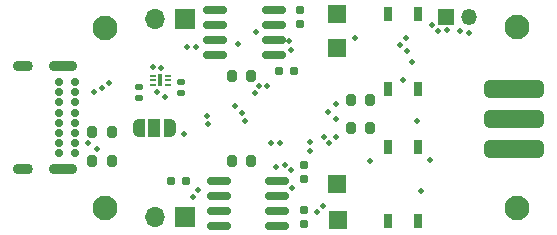
<source format=gbs>
%TF.GenerationSoftware,KiCad,Pcbnew,7.0.6*%
%TF.CreationDate,2024-02-06T23:15:24+01:00*%
%TF.ProjectId,USB2CANv2,55534232-4341-44e7-9632-2e6b69636164,0_2*%
%TF.SameCoordinates,Original*%
%TF.FileFunction,Soldermask,Bot*%
%TF.FilePolarity,Negative*%
%FSLAX46Y46*%
G04 Gerber Fmt 4.6, Leading zero omitted, Abs format (unit mm)*
G04 Created by KiCad (PCBNEW 7.0.6) date 2024-02-06 23:15:24*
%MOMM*%
%LPD*%
G01*
G04 APERTURE LIST*
G04 Aperture macros list*
%AMRoundRect*
0 Rectangle with rounded corners*
0 $1 Rounding radius*
0 $2 $3 $4 $5 $6 $7 $8 $9 X,Y pos of 4 corners*
0 Add a 4 corners polygon primitive as box body*
4,1,4,$2,$3,$4,$5,$6,$7,$8,$9,$2,$3,0*
0 Add four circle primitives for the rounded corners*
1,1,$1+$1,$2,$3*
1,1,$1+$1,$4,$5*
1,1,$1+$1,$6,$7*
1,1,$1+$1,$8,$9*
0 Add four rect primitives between the rounded corners*
20,1,$1+$1,$2,$3,$4,$5,0*
20,1,$1+$1,$4,$5,$6,$7,0*
20,1,$1+$1,$6,$7,$8,$9,0*
20,1,$1+$1,$8,$9,$2,$3,0*%
%AMFreePoly0*
4,1,19,0.000000,0.744911,0.071157,0.744911,0.207708,0.704816,0.327430,0.627875,0.420627,0.520320,0.479746,0.390866,0.500000,0.250000,0.500000,-0.250000,0.479746,-0.390866,0.420627,-0.520320,0.327430,-0.627875,0.207708,-0.704816,0.071157,-0.744911,0.000000,-0.744911,0.000000,-0.750000,-0.550000,-0.750000,-0.550000,0.750000,0.000000,0.750000,0.000000,0.744911,0.000000,0.744911,
$1*%
%AMFreePoly1*
4,1,19,0.550000,-0.750000,0.000000,-0.750000,0.000000,-0.744911,-0.071157,-0.744911,-0.207708,-0.704816,-0.327430,-0.627875,-0.420627,-0.520320,-0.479746,-0.390866,-0.500000,-0.250000,-0.500000,0.250000,-0.479746,0.390866,-0.420627,0.520320,-0.327430,0.627875,-0.207708,0.704816,-0.071157,0.744911,0.000000,0.744911,0.000000,0.750000,0.550000,0.750000,0.550000,-0.750000,0.550000,-0.750000,
$1*%
G04 Aperture macros list end*
%ADD10O,1.350000X1.350000*%
%ADD11R,1.350000X1.350000*%
%ADD12R,0.800000X1.200000*%
%ADD13R,1.700000X1.700000*%
%ADD14O,1.700000X1.700000*%
%ADD15C,2.100000*%
%ADD16RoundRect,0.381000X2.119000X0.381000X-2.119000X0.381000X-2.119000X-0.381000X2.119000X-0.381000X0*%
%ADD17C,0.700000*%
%ADD18O,1.700000X0.900000*%
%ADD19O,2.400000X0.900000*%
%ADD20RoundRect,0.200000X-0.200000X-0.275000X0.200000X-0.275000X0.200000X0.275000X-0.200000X0.275000X0*%
%ADD21R,1.500000X1.500000*%
%ADD22RoundRect,0.150000X0.825000X0.150000X-0.825000X0.150000X-0.825000X-0.150000X0.825000X-0.150000X0*%
%ADD23RoundRect,0.160000X-0.160000X0.197500X-0.160000X-0.197500X0.160000X-0.197500X0.160000X0.197500X0*%
%ADD24RoundRect,0.160000X-0.197500X-0.160000X0.197500X-0.160000X0.197500X0.160000X-0.197500X0.160000X0*%
%ADD25RoundRect,0.140000X-0.170000X0.140000X-0.170000X-0.140000X0.170000X-0.140000X0.170000X0.140000X0*%
%ADD26R,0.600000X0.200000*%
%ADD27R,0.350000X0.990000*%
%ADD28FreePoly0,180.000000*%
%ADD29R,1.000000X1.500000*%
%ADD30FreePoly1,180.000000*%
%ADD31C,0.500000*%
G04 APERTURE END LIST*
D10*
%TO.C,J3*%
X160512000Y-89154000D03*
D11*
X158512000Y-89154000D03*
%TD*%
D12*
%TO.C,U6*%
X153670000Y-100101000D03*
X156210000Y-100101000D03*
X156210000Y-106401000D03*
X153670000Y-106401000D03*
%TD*%
D13*
%TO.C,J4*%
X136403000Y-89255600D03*
D14*
X133863000Y-89255600D03*
%TD*%
D15*
%TO.C,H2*%
X129692400Y-105257600D03*
%TD*%
%TO.C,H4*%
X164591835Y-89984543D03*
%TD*%
D16*
%TO.C,J2*%
X164338000Y-100330000D03*
X164338000Y-97790000D03*
X164338000Y-95250000D03*
%TD*%
D17*
%TO.C,J1*%
X127113400Y-94662600D03*
X127113400Y-95512600D03*
X127113400Y-96362600D03*
X127113400Y-97212600D03*
X127113400Y-98062600D03*
X127113400Y-98912600D03*
X127113400Y-99762600D03*
X127113400Y-100612600D03*
X125763400Y-100612600D03*
X125763400Y-99762600D03*
X125763400Y-98912600D03*
X125763400Y-98062600D03*
X125763400Y-97212600D03*
X125763400Y-96362600D03*
X125763400Y-95512600D03*
X125763400Y-94662600D03*
D18*
X122753400Y-101962600D03*
X122753400Y-93312600D03*
D19*
X126133400Y-101962600D03*
X126133400Y-93312600D03*
%TD*%
D15*
%TO.C,H3*%
X164589596Y-105258080D03*
%TD*%
%TO.C,H1*%
X129692400Y-90017600D03*
%TD*%
D13*
%TO.C,J5*%
X136403000Y-106019600D03*
D14*
X133863000Y-106019600D03*
%TD*%
D20*
%TO.C,R8*%
X150496000Y-96139000D03*
X152146000Y-96139000D03*
%TD*%
D21*
%TO.C,TP4*%
X149310000Y-91730000D03*
%TD*%
D22*
%TO.C,U3*%
X144272000Y-102997000D03*
X144272000Y-104267000D03*
X144272000Y-105537000D03*
X144272000Y-106807000D03*
X139322000Y-106807000D03*
X139322000Y-105537000D03*
X139322000Y-104267000D03*
X139322000Y-102997000D03*
%TD*%
D23*
%TO.C,R17*%
X146177000Y-88556500D03*
X146177000Y-89751500D03*
%TD*%
D12*
%TO.C,U4*%
X156210000Y-88900000D03*
X153670000Y-88900000D03*
X153670000Y-95200000D03*
X156210000Y-95200000D03*
%TD*%
D24*
%TO.C,R1*%
X135292500Y-102971600D03*
X136487500Y-102971600D03*
%TD*%
D20*
%TO.C,R2*%
X128575800Y-98831400D03*
X130225800Y-98831400D03*
%TD*%
D24*
%TO.C,R18*%
X144436500Y-93726000D03*
X145631500Y-93726000D03*
%TD*%
D20*
%TO.C,R9*%
X150495000Y-98552000D03*
X152145000Y-98552000D03*
%TD*%
D22*
%TO.C,U5*%
X143953000Y-88519000D03*
X143953000Y-89789000D03*
X143953000Y-91059000D03*
X143953000Y-92329000D03*
X139003000Y-92329000D03*
X139003000Y-91059000D03*
X139003000Y-89789000D03*
X139003000Y-88519000D03*
%TD*%
D25*
%TO.C,C14*%
X136114000Y-94624000D03*
X136114000Y-95584000D03*
%TD*%
D21*
%TO.C,TP2*%
X149390000Y-106330000D03*
%TD*%
%TO.C,TP3*%
X149300000Y-88870000D03*
%TD*%
%TO.C,TP1*%
X149350000Y-103280000D03*
%TD*%
D23*
%TO.C,R15*%
X146558000Y-101637500D03*
X146558000Y-102832500D03*
%TD*%
D20*
%TO.C,R7*%
X140390000Y-94130000D03*
X142040000Y-94130000D03*
%TD*%
D26*
%TO.C,IC1*%
X135001000Y-94088000D03*
X135001000Y-94488000D03*
X135001000Y-94888000D03*
X133701000Y-94888000D03*
X133701000Y-94488000D03*
X133701000Y-94088000D03*
D27*
X134351000Y-94488000D03*
%TD*%
D28*
%TO.C,SW1*%
X132558000Y-98552000D03*
D29*
X133858000Y-98552000D03*
D30*
X135158000Y-98552000D03*
%TD*%
D20*
%TO.C,R10*%
X140399000Y-101346000D03*
X142049000Y-101346000D03*
%TD*%
D25*
%TO.C,C13*%
X132588000Y-95024000D03*
X132588000Y-95984000D03*
%TD*%
D20*
%TO.C,R4*%
X128575800Y-101320600D03*
X130225800Y-101320600D03*
%TD*%
D23*
%TO.C,R16*%
X146558000Y-105447500D03*
X146558000Y-106642500D03*
%TD*%
D31*
X158597600Y-90195400D03*
X157903368Y-90281104D03*
X159766000Y-90332500D03*
X160512000Y-90449400D03*
X157327600Y-89814400D03*
X157220000Y-101220000D03*
X138416348Y-98142317D03*
X138320000Y-97500000D03*
X136361189Y-99023189D03*
X152146000Y-101346000D03*
X156464000Y-103886000D03*
X147066000Y-99732741D03*
X148212425Y-99255200D03*
X147066000Y-100432244D03*
X148609695Y-99833114D03*
X145375108Y-91880058D03*
X148590000Y-97155000D03*
X149225000Y-96520000D03*
X149225000Y-97790000D03*
X128270000Y-99822000D03*
X129032000Y-100330000D03*
X128778000Y-95504000D03*
X156083000Y-97917000D03*
X155702000Y-92964000D03*
X154940000Y-94488000D03*
X140970000Y-91440000D03*
X142494000Y-90424000D03*
X150876000Y-90932000D03*
X129413000Y-95123000D03*
X134393177Y-93475964D03*
X134707626Y-95870788D03*
X147580000Y-105650000D03*
X145465802Y-103619637D03*
X142708022Y-94930893D03*
X154620000Y-91531500D03*
X137569919Y-103813068D03*
X144463503Y-99822000D03*
X144870000Y-101690000D03*
X137351503Y-91694000D03*
X141275602Y-97246500D03*
X134112000Y-95504000D03*
X148093000Y-105167000D03*
X133701000Y-93375000D03*
X145288000Y-91186000D03*
X143764000Y-99822000D03*
X136652000Y-91694000D03*
X137160000Y-104394000D03*
X149225000Y-99314000D03*
X130048000Y-94742000D03*
X140716000Y-96647000D03*
X155194000Y-90932000D03*
X155267903Y-92020242D03*
X141519717Y-97902023D03*
X142367000Y-95547500D03*
X143406173Y-94974357D03*
X144117500Y-101796205D03*
X145440000Y-102120000D03*
M02*

</source>
